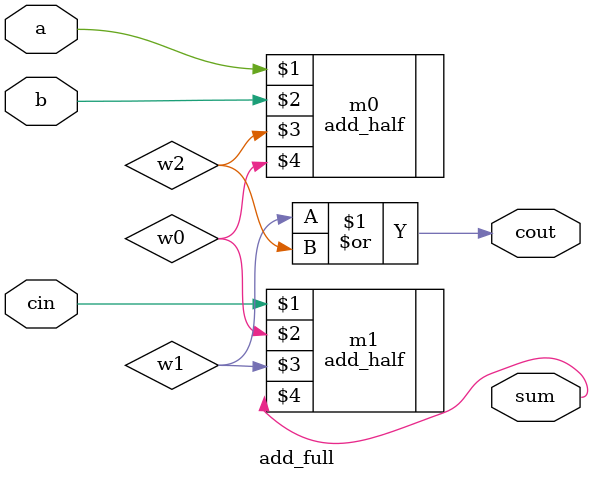
<source format=v>
module add_full(a, b, cin, cout, sum);
	input a, b, cin;
	output cout, sum;
	wire w0, w1, w2;
	
	add_half m0(a, b, w2, w0);
	add_half m1(cin, w0, w1, sum);
	
	assign cout = w1 | w2;
	
endmodule 
</source>
